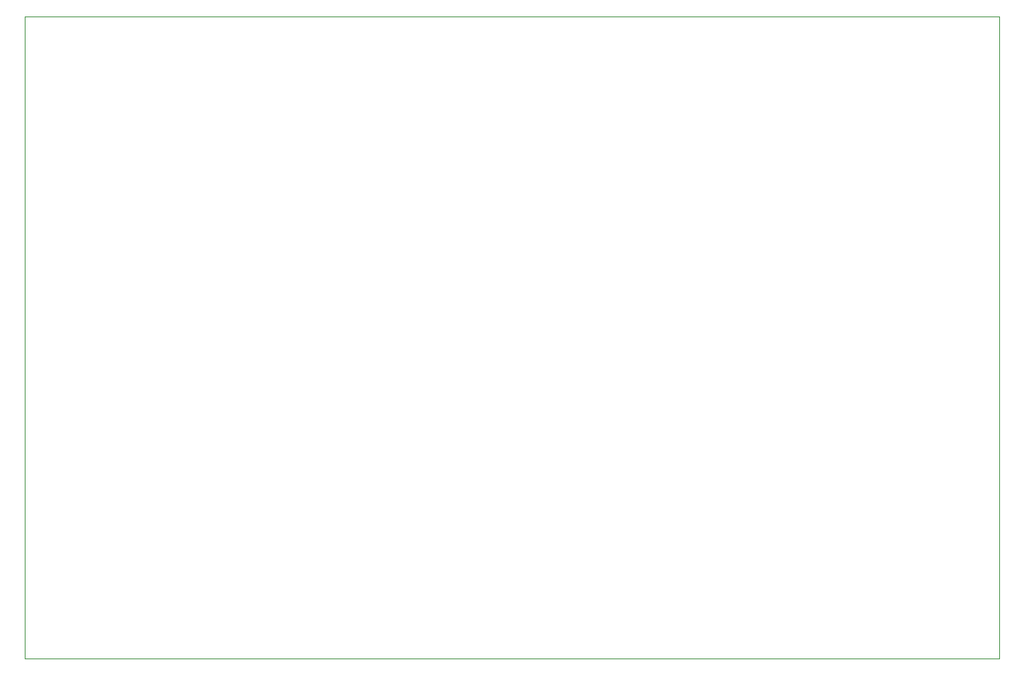
<source format=gm1>
G04 #@! TF.FileFunction,Profile,NP*
%FSLAX46Y46*%
G04 Gerber Fmt 4.6, Leading zero omitted, Abs format (unit mm)*
G04 Created by KiCad (PCBNEW 4.0.0-2.201511301920+6191~38~ubuntu14.04.1-stable) date Fri 11 Mar 2016 15:08:48 AEDT*
%MOMM*%
G01*
G04 APERTURE LIST*
%ADD10C,0.100000*%
G04 APERTURE END LIST*
D10*
X137500000Y-125000000D02*
X137500000Y-52500000D01*
X247500000Y-125000000D02*
X137500000Y-125000000D01*
X247500000Y-52500000D02*
X247500000Y-125000000D01*
X137500000Y-52500000D02*
X247500000Y-52500000D01*
M02*

</source>
